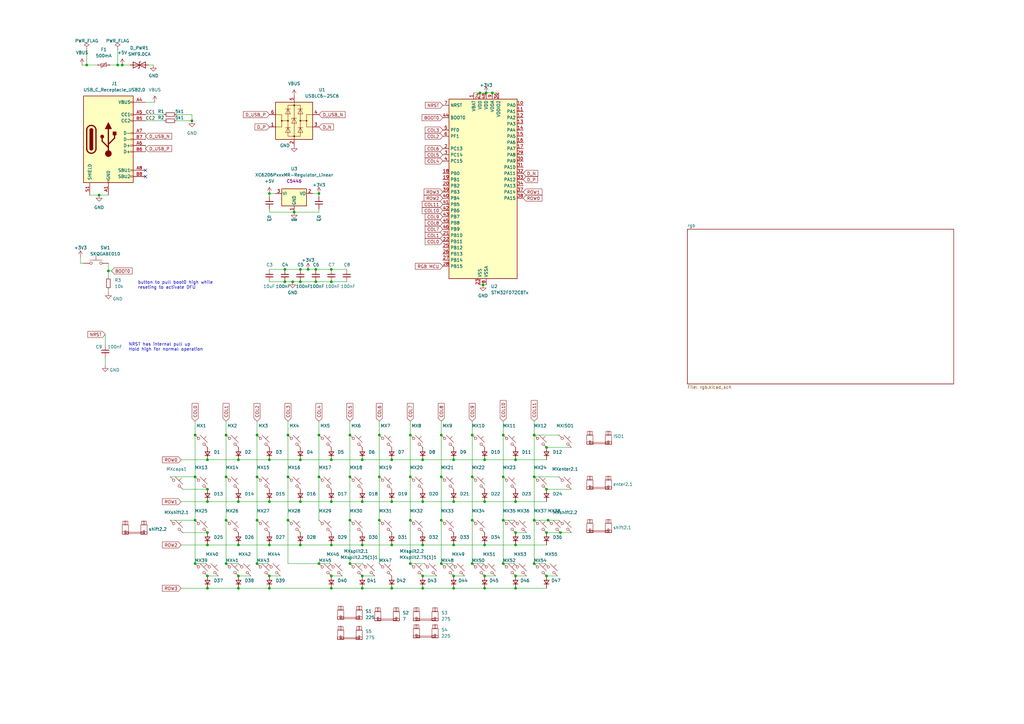
<source format=kicad_sch>
(kicad_sch (version 20230121) (generator eeschema)
  (paper "A3")
  (junction (at 148.59 223.52))
  (junction (at 92.71 213.36))
  (junction (at 193.675 178.435))
  (junction (at 206.375 213.36))
  (junction (at 211.455 188.595))
  (junction (at 186.055 205.74))
  (junction (at 105.41 213.36))
  (junction (at 92.71 231.14))
  (junction (at 123.19 205.74))
  (junction (at 135.89 236.22))
  (junction (at 219.075 195.58))
  (junction (at 123.19 188.595))
  (junction (at 160.655 241.3))
  (junction (at 160.655 205.74))
  (junction (at 211.455 241.3))
  (junction (at 105.41 231.14))
  (junction (at 196.85 38.1))
  (junction (at 224.155 183.515))
  (junction (at 148.59 205.74))
  (junction (at 224.155 218.44))
  (junction (at 224.155 236.22))
  (junction (at 92.71 195.58))
  (junction (at 92.71 178.435))
  (junction (at 211.455 218.44))
  (junction (at 135.89 223.52))
  (junction (at 85.09 200.66))
  (junction (at 135.89 110.49))
  (junction (at 198.755 205.74))
  (junction (at 135.89 205.74))
  (junction (at 135.89 115.57))
  (junction (at 118.11 213.36))
  (junction (at 50.165 26.67))
  (junction (at 143.51 195.58))
  (junction (at 129.54 115.57))
  (junction (at 85.09 218.44))
  (junction (at 110.49 188.595))
  (junction (at 198.12 116.84))
  (junction (at 198.755 241.3))
  (junction (at 110.49 241.3))
  (junction (at 135.89 241.3))
  (junction (at 123.19 223.52))
  (junction (at 186.055 241.3))
  (junction (at 173.355 241.3))
  (junction (at 85.09 236.22))
  (junction (at 206.375 195.58))
  (junction (at 129.54 110.49))
  (junction (at 148.59 236.22))
  (junction (at 40.64 80.01))
  (junction (at 206.375 178.435))
  (junction (at 80.01 231.14))
  (junction (at 198.755 188.595))
  (junction (at 180.975 195.58))
  (junction (at 180.975 178.435))
  (junction (at 44.45 111.125))
  (junction (at 193.675 195.58))
  (junction (at 80.01 195.58))
  (junction (at 110.49 223.52))
  (junction (at 186.055 236.22))
  (junction (at 130.81 195.58))
  (junction (at 130.81 178.435))
  (junction (at 219.075 178.435))
  (junction (at 105.41 195.58))
  (junction (at 116.84 110.49))
  (junction (at 120.65 86.995) (diameter 0.9144))
  (junction (at 143.51 213.36))
  (junction (at 148.59 241.3))
  (junction (at 143.51 178.435))
  (junction (at 168.275 231.14))
  (junction (at 130.81 231.14))
  (junction (at 97.79 205.74))
  (junction (at 173.355 223.52))
  (junction (at 123.19 110.49))
  (junction (at 85.09 188.595))
  (junction (at 155.575 213.36))
  (junction (at 173.355 205.74))
  (junction (at 229.87 218.44))
  (junction (at 193.675 231.14))
  (junction (at 199.39 38.1))
  (junction (at 219.075 213.36))
  (junction (at 120.015 115.57))
  (junction (at 168.275 195.58))
  (junction (at 211.455 205.74))
  (junction (at 110.49 236.22))
  (junction (at 135.89 188.595))
  (junction (at 105.41 178.435))
  (junction (at 130.81 79.375) (diameter 0.9144))
  (junction (at 97.79 236.22))
  (junction (at 160.655 223.52))
  (junction (at 143.51 231.14))
  (junction (at 198.755 223.52))
  (junction (at 85.09 223.52))
  (junction (at 173.355 236.22))
  (junction (at 116.84 115.57))
  (junction (at 201.93 38.1))
  (junction (at 110.49 79.375) (diameter 0.9144))
  (junction (at 148.59 188.595))
  (junction (at 118.11 178.435))
  (junction (at 97.79 223.52))
  (junction (at 211.455 236.22))
  (junction (at 118.11 195.58))
  (junction (at 180.975 231.14))
  (junction (at 110.49 205.74))
  (junction (at 85.09 241.3))
  (junction (at 168.275 178.435))
  (junction (at 97.79 188.595))
  (junction (at 126.365 110.49))
  (junction (at 224.155 200.66))
  (junction (at 35.56 26.67))
  (junction (at 211.455 223.52))
  (junction (at 173.355 188.595))
  (junction (at 155.575 195.58))
  (junction (at 186.055 188.595))
  (junction (at 186.055 223.52))
  (junction (at 180.975 213.36))
  (junction (at 219.075 231.14))
  (junction (at 78.74 49.53))
  (junction (at 206.375 231.14))
  (junction (at 85.09 205.74))
  (junction (at 224.79 213.36))
  (junction (at 97.79 241.3))
  (junction (at 80.01 178.435))
  (junction (at 198.755 236.22))
  (junction (at 168.275 213.36))
  (junction (at 193.675 213.36))
  (junction (at 80.01 213.36))
  (junction (at 123.19 115.57))
  (junction (at 160.655 188.595))
  (junction (at 155.575 178.435))
  (junction (at 48.26 26.67))
  (no_connect (at 59.69 72.39))
  (no_connect (at 59.69 69.85))
  (wire (pts (xy 186.055 241.3) (xy 198.755 241.3)))
  (wire (pts (xy 50.165 26.67) (xy 53.34 26.67)))
  (wire (pts (xy 123.19 223.52) (xy 135.89 223.52)))
  (wire (pts (xy 85.09 236.22) (xy 89.535 236.22)))
  (wire (pts (xy 211.455 218.44) (xy 215.9 218.44)))
  (wire (pts (xy 116.84 115.57) (xy 120.015 115.57)))
  (wire (pts (xy 186.055 188.595) (xy 198.755 188.595)))
  (wire (pts (xy 129.54 110.49) (xy 135.89 110.49)))
  (wire (pts (xy 45.085 26.67) (xy 48.26 26.67)))
  (wire (pts (xy 148.59 205.74) (xy 160.655 205.74)))
  (wire (pts (xy 168.275 195.58) (xy 168.275 213.36)))
  (wire (pts (xy 118.11 172.72) (xy 118.11 178.435)))
  (wire (pts (xy 105.41 195.58) (xy 105.41 213.36)))
  (wire (pts (xy 135.89 188.595) (xy 148.59 188.595)))
  (wire (pts (xy 186.055 223.52) (xy 198.755 223.52)))
  (wire (pts (xy 126.365 110.49) (xy 129.54 110.49)))
  (wire (pts (xy 211.455 188.595) (xy 224.155 188.595)))
  (wire (pts (xy 48.26 26.67) (xy 50.165 26.67)))
  (wire (pts (xy 80.01 213.36) (xy 80.01 231.14)))
  (wire (pts (xy 120.015 115.57) (xy 123.19 115.57)))
  (wire (pts (xy 80.01 178.435) (xy 80.01 195.58)))
  (wire (pts (xy 110.49 110.49) (xy 116.84 110.49)))
  (wire (pts (xy 74.93 218.44) (xy 85.09 218.44)))
  (wire (pts (xy 168.275 213.36) (xy 168.275 231.14)))
  (wire (pts (xy 97.79 223.52) (xy 110.49 223.52)))
  (wire (pts (xy 173.355 188.595) (xy 186.055 188.595)))
  (wire (pts (xy 148.59 241.3) (xy 160.655 241.3)))
  (wire (pts (xy 160.655 223.52) (xy 173.355 223.52)))
  (wire (pts (xy 80.01 231.14) (xy 84.455 231.14)))
  (wire (pts (xy 74.295 223.52) (xy 85.09 223.52)))
  (wire (pts (xy 180.975 231.14) (xy 185.42 231.14)))
  (wire (pts (xy 130.81 85.725) (xy 130.81 86.995)))
  (wire (pts (xy 44.45 118.745) (xy 44.45 120.015)))
  (wire (pts (xy 129.54 115.57) (xy 135.89 115.57)))
  (wire (pts (xy 224.155 200.66) (xy 234.315 200.66)))
  (wire (pts (xy 74.295 205.74) (xy 85.09 205.74)))
  (wire (pts (xy 130.81 178.435) (xy 130.81 195.58)))
  (wire (pts (xy 110.49 188.595) (xy 123.19 188.595)))
  (wire (pts (xy 173.355 236.22) (xy 179.07 236.22)))
  (wire (pts (xy 110.49 85.725) (xy 110.49 86.995)))
  (wire (pts (xy 219.075 172.72) (xy 219.075 178.435)))
  (wire (pts (xy 198.755 188.595) (xy 211.455 188.595)))
  (wire (pts (xy 143.51 231.14) (xy 148.59 231.14)))
  (wire (pts (xy 224.155 218.44) (xy 229.87 218.44)))
  (wire (pts (xy 229.87 218.44) (xy 234.315 218.44)))
  (wire (pts (xy 44.45 111.125) (xy 44.45 113.665)))
  (wire (pts (xy 148.59 188.595) (xy 160.655 188.595)))
  (wire (pts (xy 155.575 213.36) (xy 155.575 231.14)))
  (wire (pts (xy 92.71 195.58) (xy 92.71 213.36)))
  (wire (pts (xy 116.84 110.49) (xy 123.19 110.49)))
  (wire (pts (xy 34.29 107.95) (xy 33.02 107.95)))
  (wire (pts (xy 44.45 111.125) (xy 45.72 111.125)))
  (wire (pts (xy 193.675 195.58) (xy 193.675 213.36)))
  (wire (pts (xy 85.09 205.74) (xy 97.79 205.74)))
  (wire (pts (xy 194.31 38.1) (xy 196.85 38.1)))
  (wire (pts (xy 193.675 231.14) (xy 198.12 231.14)))
  (wire (pts (xy 193.675 178.435) (xy 193.675 195.58)))
  (wire (pts (xy 59.69 41.91) (xy 63.5 41.91)))
  (wire (pts (xy 118.11 178.435) (xy 118.11 195.58)))
  (wire (pts (xy 173.355 241.3) (xy 186.055 241.3)))
  (wire (pts (xy 143.51 195.58) (xy 143.51 213.36)))
  (wire (pts (xy 148.59 223.52) (xy 160.655 223.52)))
  (wire (pts (xy 36.83 80.01) (xy 40.64 80.01)))
  (wire (pts (xy 97.79 241.3) (xy 110.49 241.3)))
  (wire (pts (xy 193.675 172.72) (xy 193.675 178.435)))
  (wire (pts (xy 69.85 195.58) (xy 80.01 195.58)))
  (wire (pts (xy 199.39 38.1) (xy 201.93 38.1)))
  (wire (pts (xy 118.11 231.14) (xy 130.81 231.14)))
  (wire (pts (xy 110.49 79.375) (xy 110.49 80.645)))
  (wire (pts (xy 110.49 115.57) (xy 116.84 115.57)))
  (wire (pts (xy 130.81 195.58) (xy 130.81 213.36)))
  (wire (pts (xy 120.65 86.995) (xy 130.81 86.995)))
  (wire (pts (xy 211.455 241.3) (xy 224.155 241.3)))
  (wire (pts (xy 74.295 188.595) (xy 85.09 188.595)))
  (wire (pts (xy 196.85 116.84) (xy 198.12 116.84)))
  (wire (pts (xy 92.71 178.435) (xy 92.71 195.58)))
  (wire (pts (xy 135.89 110.49) (xy 142.24 110.49)))
  (wire (pts (xy 110.49 223.52) (xy 123.19 223.52)))
  (wire (pts (xy 196.85 38.1) (xy 199.39 38.1)))
  (wire (pts (xy 206.375 213.36) (xy 206.375 231.14)))
  (wire (pts (xy 35.56 26.67) (xy 40.005 26.67)))
  (wire (pts (xy 35.56 20.32) (xy 35.56 26.67)))
  (wire (pts (xy 186.055 236.22) (xy 190.5 236.22)))
  (wire (pts (xy 155.575 172.72) (xy 155.575 178.435)))
  (wire (pts (xy 43.18 137.16) (xy 43.18 141.605)))
  (wire (pts (xy 219.075 178.435) (xy 219.075 195.58)))
  (wire (pts (xy 33.02 107.95) (xy 33.02 105.41)))
  (wire (pts (xy 59.69 54.61) (xy 59.69 57.15)))
  (wire (pts (xy 180.975 172.72) (xy 180.975 178.435)))
  (wire (pts (xy 224.155 183.515) (xy 234.315 183.515)))
  (wire (pts (xy 173.355 205.74) (xy 186.055 205.74)))
  (wire (pts (xy 219.075 213.36) (xy 224.79 213.36)))
  (wire (pts (xy 59.69 49.53) (xy 67.31 49.53)))
  (wire (pts (xy 85.09 241.3) (xy 97.79 241.3)))
  (wire (pts (xy 198.755 236.22) (xy 203.2 236.22)))
  (wire (pts (xy 92.71 231.14) (xy 97.79 231.14)))
  (wire (pts (xy 206.375 178.435) (xy 206.375 195.58)))
  (wire (pts (xy 123.19 205.74) (xy 135.89 205.74)))
  (wire (pts (xy 60.96 26.67) (xy 62.865 26.67)))
  (wire (pts (xy 48.26 20.32) (xy 48.26 26.67)))
  (wire (pts (xy 211.455 205.74) (xy 224.155 205.74)))
  (wire (pts (xy 74.93 200.66) (xy 85.09 200.66)))
  (wire (pts (xy 85.09 223.52) (xy 97.79 223.52)))
  (wire (pts (xy 155.575 195.58) (xy 155.575 213.36)))
  (wire (pts (xy 72.39 46.99) (xy 78.74 46.99)))
  (wire (pts (xy 43.18 149.86) (xy 43.18 146.685)))
  (wire (pts (xy 201.93 38.1) (xy 204.47 38.1)))
  (wire (pts (xy 74.295 241.3) (xy 85.09 241.3)))
  (wire (pts (xy 198.755 223.52) (xy 211.455 223.52)))
  (wire (pts (xy 123.19 115.57) (xy 129.54 115.57)))
  (wire (pts (xy 155.575 178.435) (xy 155.575 195.58)))
  (wire (pts (xy 219.075 178.435) (xy 229.235 178.435)))
  (wire (pts (xy 44.45 107.95) (xy 44.45 111.125)))
  (wire (pts (xy 180.975 195.58) (xy 180.975 213.36)))
  (wire (pts (xy 173.355 223.52) (xy 186.055 223.52)))
  (wire (pts (xy 224.79 213.36) (xy 229.235 213.36)))
  (wire (pts (xy 97.79 236.22) (xy 102.87 236.22)))
  (wire (pts (xy 110.49 79.375) (xy 113.03 79.375)))
  (wire (pts (xy 110.49 236.22) (xy 114.935 236.22)))
  (wire (pts (xy 105.41 231.14) (xy 109.855 231.14)))
  (wire (pts (xy 78.74 46.99) (xy 78.74 49.53)))
  (wire (pts (xy 186.055 205.74) (xy 198.755 205.74)))
  (wire (pts (xy 135.89 236.22) (xy 140.335 236.22)))
  (wire (pts (xy 85.09 188.595) (xy 97.79 188.595)))
  (wire (pts (xy 148.59 236.22) (xy 153.67 236.22)))
  (wire (pts (xy 59.69 59.69) (xy 59.69 62.23)))
  (wire (pts (xy 211.455 223.52) (xy 224.155 223.52)))
  (wire (pts (xy 80.01 172.72) (xy 80.01 178.435)))
  (wire (pts (xy 224.155 236.22) (xy 228.6 236.22)))
  (wire (pts (xy 219.075 213.36) (xy 219.075 231.14)))
  (wire (pts (xy 219.075 195.58) (xy 219.075 213.36)))
  (wire (pts (xy 206.375 172.72) (xy 206.375 178.435)))
  (wire (pts (xy 92.71 172.72) (xy 92.71 178.435)))
  (wire (pts (xy 143.51 178.435) (xy 143.51 195.58)))
  (wire (pts (xy 118.11 213.36) (xy 118.11 231.14)))
  (wire (pts (xy 206.375 195.58) (xy 206.375 213.36)))
  (wire (pts (xy 123.19 188.595) (xy 135.89 188.595)))
  (wire (pts (xy 135.89 241.3) (xy 148.59 241.3)))
  (wire (pts (xy 168.275 178.435) (xy 168.275 195.58)))
  (wire (pts (xy 168.275 231.14) (xy 173.99 231.14)))
  (wire (pts (xy 118.11 195.58) (xy 118.11 213.36)))
  (wire (pts (xy 97.79 188.595) (xy 110.49 188.595)))
  (wire (pts (xy 211.455 236.22) (xy 215.9 236.22)))
  (wire (pts (xy 120.65 86.995) (xy 110.49 86.995)))
  (wire (pts (xy 130.81 231.14) (xy 135.255 231.14)))
  (wire (pts (xy 33.655 26.67) (xy 35.56 26.67)))
  (wire (pts (xy 168.275 172.72) (xy 168.275 178.435)))
  (wire (pts (xy 180.975 213.36) (xy 180.975 231.14)))
  (wire (pts (xy 143.51 172.72) (xy 143.51 178.435)))
  (wire (pts (xy 123.19 110.49) (xy 126.365 110.49)))
  (wire (pts (xy 59.69 46.99) (xy 67.31 46.99)))
  (wire (pts (xy 130.81 172.72) (xy 130.81 178.435)))
  (wire (pts (xy 160.655 205.74) (xy 173.355 205.74)))
  (wire (pts (xy 143.51 213.36) (xy 143.51 231.14)))
  (wire (pts (xy 110.49 241.3) (xy 135.89 241.3)))
  (wire (pts (xy 198.12 116.84) (xy 199.39 116.84)))
  (wire (pts (xy 219.075 195.58) (xy 229.235 195.58)))
  (wire (pts (xy 198.755 205.74) (xy 211.455 205.74)))
  (wire (pts (xy 72.39 49.53) (xy 78.74 49.53)))
  (wire (pts (xy 135.89 223.52) (xy 148.59 223.52)))
  (wire (pts (xy 92.71 213.36) (xy 92.71 231.14)))
  (wire (pts (xy 135.89 115.57) (xy 142.24 115.57)))
  (wire (pts (xy 105.41 178.435) (xy 105.41 195.58)))
  (wire (pts (xy 219.075 231.14) (xy 223.52 231.14)))
  (wire (pts (xy 105.41 213.36) (xy 105.41 231.14)))
  (wire (pts (xy 69.85 213.36) (xy 80.01 213.36)))
  (wire (pts (xy 180.975 178.435) (xy 180.975 195.58)))
  (wire (pts (xy 110.49 205.74) (xy 123.19 205.74)))
  (wire (pts (xy 80.01 195.58) (xy 80.01 213.36)))
  (wire (pts (xy 40.64 80.01) (xy 44.45 80.01)))
  (wire (pts (xy 135.89 205.74) (xy 148.59 205.74)))
  (wire (pts (xy 198.755 241.3) (xy 211.455 241.3)))
  (wire (pts (xy 193.675 213.36) (xy 193.675 231.14)))
  (wire (pts (xy 160.655 241.3) (xy 173.355 241.3)))
  (wire (pts (xy 130.81 79.375) (xy 130.81 80.645)))
  (wire (pts (xy 97.79 205.74) (xy 110.49 205.74)))
  (wire (pts (xy 105.41 172.72) (xy 105.41 178.435)))
  (wire (pts (xy 206.375 231.14) (xy 210.82 231.14)))
  (wire (pts (xy 128.27 79.375) (xy 130.81 79.375)))
  (wire (pts (xy 160.655 188.595) (xy 173.355 188.595)))
  (wire (pts (xy 206.375 213.36) (xy 210.82 213.36)))
  (text "NRST has internal pull up\nHold high for normal operation" (at 52.705 144.145 0) (effects (font (size 1.27 1.27)) (justify left bottom)))
  (text "button to pull boot0 high while \nreseting to activate DFU" (at 56.515 118.745 0) (effects (font (size 1.27 1.27)) (justify left bottom)))
  (label "CC2" (at 59.69 49.53 0))
  (label "CC1" (at 59.69 46.99 0))
  (global_label "BOOT0" (shape input) (at 45.72 111.125 0) (property "Intersheetrefs" "${INTERSHEET_REFS}" (effects hide)))
  (global_label "COL5" (shape input) (at 143.51 172.72 90) (property "Intersheetrefs" "${INTERSHEET_REFS}" (effects hide)))
  (global_label "COL2" (shape input) (at 105.41 172.72 90) (property "Intersheetrefs" "${INTERSHEET_REFS}" (effects hide)))
  (global_label "NRST" (shape input) (at 43.18 137.16 180) (property "Intersheetrefs" "${INTERSHEET_REFS}" (effects hide)))
  (global_label "ROW2" (shape input) (at 74.295 223.52 180) (property "Intersheetrefs" "${INTERSHEET_REFS}" (effects hide)))
  (global_label "COL7" (shape input) (at 168.275 172.72 90) (property "Intersheetrefs" "${INTERSHEET_REFS}" (effects hide)))
  (global_label "D_USB_P" (shape input) (at 59.69 60.96 0) (property "Intersheetrefs" "${INTERSHEET_REFS}" (effects hide)))
  (global_label "COL6" (shape input) (at 181.61 60.96 180) (property "Intersheetrefs" "${INTERSHEET_REFS}" (effects hide)))
  (global_label "ROW3" (shape input) (at 181.61 78.74 180) (property "Intersheetrefs" "${INTERSHEET_REFS}" (effects hide)))
  (global_label "ROW0" (shape input) (at 214.63 81.28 0) (property "Intersheetrefs" "${INTERSHEET_REFS}" (effects hide)))
  (global_label "COL2" (shape input) (at 181.61 55.88 180) (property "Intersheetrefs" "${INTERSHEET_REFS}" (effects hide)))
  (global_label "COL4" (shape input) (at 130.81 172.72 90) (property "Intersheetrefs" "${INTERSHEET_REFS}" (effects hide)))
  (global_label "D_USB_P" (shape input) (at 110.49 46.99 180) (property "Intersheetrefs" "${INTERSHEET_REFS}" (effects hide)))
  (global_label "COL7" (shape input) (at 181.61 93.98 180) (property "Intersheetrefs" "${INTERSHEET_REFS}" (effects hide)))
  (global_label "COL3" (shape input) (at 118.11 172.72 90) (property "Intersheetrefs" "${INTERSHEET_REFS}" (effects hide)))
  (global_label "COL11" (shape input) (at 219.075 172.72 90) (property "Intersheetrefs" "${INTERSHEET_REFS}" (effects hide)))
  (global_label "COL1" (shape input) (at 92.71 172.72 90) (property "Intersheetrefs" "${INTERSHEET_REFS}" (effects hide)))
  (global_label "COL0" (shape input) (at 181.61 99.06 180) (property "Intersheetrefs" "${INTERSHEET_REFS}" (effects hide)))
  (global_label "COL8" (shape input) (at 181.61 91.44 180) (property "Intersheetrefs" "${INTERSHEET_REFS}" (effects hide)))
  (global_label "D_N" (shape input) (at 214.63 71.12 0) (property "Intersheetrefs" "${INTERSHEET_REFS}" (effects hide)))
  (global_label "ROW1" (shape input) (at 74.295 205.74 180) (property "Intersheetrefs" "${INTERSHEET_REFS}" (effects hide)))
  (global_label "D_N" (shape input) (at 130.81 52.07 0) (property "Intersheetrefs" "${INTERSHEET_REFS}" (effects hide)))
  (global_label "BOOT0" (shape input) (at 181.61 48.26 180) (property "Intersheetrefs" "${INTERSHEET_REFS}" (effects hide)))
  (global_label "ROW1" (shape input) (at 214.63 78.74 0) (property "Intersheetrefs" "${INTERSHEET_REFS}" (effects hide)))
  (global_label "NRST" (shape input) (at 181.61 43.18 180) (property "Intersheetrefs" "${INTERSHEET_REFS}" (effects hide)))
  (global_label "RGB MCU" (shape input) (at 181.61 109.22 180) (property "Intersheetrefs" "${INTERSHEET_REFS}" (effects hide)))
  (global_label "COL11" (shape input) (at 181.61 83.82 180) (property "Intersheetrefs" "${INTERSHEET_REFS}" (effects hide)))
  (global_label "ROW3" (shape input) (at 74.295 241.3 180) (property "Intersheetrefs" "${INTERSHEET_REFS}" (effects hide)))
  (global_label "D_P" (shape input) (at 110.49 52.07 180) (property "Intersheetrefs" "${INTERSHEET_REFS}" (effects hide)))
  (global_label "D_USB_N" (shape input) (at 59.69 55.88 0) (property "Intersheetrefs" "${INTERSHEET_REFS}" (effects hide)))
  (global_label "COL0" (shape input) (at 80.01 172.72 90) (property "Intersheetrefs" "${INTERSHEET_REFS}" (effects hide)))
  (global_label "ROW0" (shape input) (at 74.295 188.595 180) (property "Intersheetrefs" "${INTERSHEET_REFS}" (effects hide)))
  (global_label "D_USB_N" (shape input) (at 130.81 46.99 0) (property "Intersheetrefs" "${INTERSHEET_REFS}" (effects hide)))
  (global_label "COL9" (shape input) (at 181.61 88.9 180) (property "Intersheetrefs" "${INTERSHEET_REFS}" (effects hide)))
  (global_label "COL3" (shape input) (at 181.61 53.34 180) (property "Intersheetrefs" "${INTERSHEET_REFS}" (effects hide)))
  (global_label "COL1" (shape input) (at 181.61 96.52 180) (property "Intersheetrefs" "${INTERSHEET_REFS}" (effects hide)))
  (global_label "COL6" (shape input) (at 155.575 172.72 90) (property "Intersheetrefs" "${INTERSHEET_REFS}" (effects hide)))
  (global_label "COL8" (shape input) (at 180.975 172.72 90) (property "Intersheetrefs" "${INTERSHEET_REFS}" (effects hide)))
  (global_label "COL10" (shape input) (at 181.61 86.36 180) (property "Intersheetrefs" "${INTERSHEET_REFS}" (effects hide)))
  (global_label "COL5" (shape input) (at 181.61 63.5 180) (property "Intersheetrefs" "${INTERSHEET_REFS}" (effects hide)))
  (global_label "COL9" (shape input) (at 193.675 172.72 90) (property "Intersheetrefs" "${INTERSHEET_REFS}" (effects hide)))
  (global_label "COL4" (shape input) (at 181.61 66.04 180) (property "Intersheetrefs" "${INTERSHEET_REFS}" (effects hide)))
  (global_label "ROW2" (shape input) (at 181.61 81.28 180) (property "Intersheetrefs" "${INTERSHEET_REFS}" (effects hide)))
  (global_label "D_P" (shape input) (at 214.63 73.66 0) (property "Intersheetrefs" "${INTERSHEET_REFS}" (effects hide)))
  (global_label "COL10" (shape input) (at 206.375 172.72 90) (property "Intersheetrefs" "${INTERSHEET_REFS}" (effects hide)))
  (symbol (lib_id "PCM_marbastlib-mx:MX_SW_HS") (at 231.775 180.975 0) (unit 1)
    (property "Reference" "MXISO1" (at 231.775 174.625 0))
    (property "Value" "MX_SW_HS" (effects hide))
    (property "Footprint" "PCM_marbastlib-mx:SW_MX_1u" (effects hide))
  )
  (symbol (lib_id "PCM_marbastlib-mx:MX_SW_HS") (at 183.515 215.9 0) (unit 1)
    (property "Reference" "MX33" (at 183.515 209.55 0))
    (property "Value" "MX_SW_HS" (effects hide))
    (property "Footprint" "PCM_marbastlib-mx:SW_MX_1u" (effects hide))
  )
  (symbol (lib_id "Device:D_Small") (at 186.055 238.76 90) (unit 1)
    (property "Reference" "D44" (at 187.96 238.125 90) (effects (justify right)))
    (property "Value" "D_Small" (effects hide))
    (property "Footprint" "Diode_SMD:D_SOD-123F" (effects hide))
    (property "Sim.Device" "D" (effects hide))
    (property "Sim.Pins" "1=K 2=A" (effects hide))
  )
  (symbol (lib_id "PCM_marbastlib-mx:MX_SW_HS") (at 226.06 233.68 0) (unit 1)
    (property "Reference" "MX55" (at 226.06 227.33 0))
    (property "Value" "MX_SW_HS" (effects hide))
    (property "Footprint" "PCM_marbastlib-mx:SW_MX_1.5u" (effects hide))
  )
  (symbol (lib_id "Device:C_Small") (at 129.54 113.03 0) (unit 1)
    (property "Reference" "C6" (at 128.27 108.585 0) (effects (justify left)))
    (property "Value" "100nF" (at 127 117.475 0) (effects (justify left)))
    (property "Footprint" "Capacitor_SMD:C_0603_1608Metric" (effects hide))
  )
  (symbol (lib_id "PCM_marbastlib-mx:MX_SW_HS") (at 137.795 233.68 0) (unit 1)
    (property "Reference" "MX46" (at 136.525 227.33 0))
    (property "Value" "MX_SW_HS" (effects hide))
    (property "Footprint" "PCM_marbastlib-mx:SW_MX_1.5u" (effects hide))
  )
  (symbol (lib_id "Device:C_Small") (at 43.18 144.145 0) (mirror y) (unit 1)
    (property "Reference" "C9" (at 41.91 142.24 0) (effects (justify left)))
    (property "Value" "100nF" (at 50.165 142.24 0) (effects (justify left)))
    (property "Footprint" "Capacitor_SMD:C_0603_1608Metric" (effects hide))
  )
  (symbol (lib_id "PCM_marbastlib-mx:MX_SW_HS") (at 196.215 198.12 0) (unit 1)
    (property "Reference" "MX22" (at 196.215 191.77 0))
    (property "Value" "MX_SW_HS" (effects hide))
    (property "Footprint" "PCM_marbastlib-mx:SW_MX_1u" (effects hide))
  )
  (symbol (lib_id "PCM_marbastlib-mx:MX_SW_HS") (at 208.915 198.12 0) (unit 1)
    (property "Reference" "MX23" (at 208.915 191.77 0))
    (property "Value" "MX_SW_HS" (effects hide))
    (property "Footprint" "PCM_marbastlib-mx:SW_MX_1u" (effects hide))
  )
  (symbol (lib_id "Switch:SW_Push") (at 39.37 107.95 0) (unit 1)
    (property "Reference" "SW1" (at 43.18 101.6 0))
    (property "Value" "SKQGABE010" (at 43.18 104.14 0))
    (property "Footprint" "Button_Switch_SMD:SW_SPST_SKQG_WithoutStem" (effects hide))
    (property "LCSC" "C115351" (effects hide))
  )
  (symbol (lib_id "Device:D_Small") (at 85.09 186.055 90) (unit 1)
    (property "Reference" "D1" (at 87.63 185.42 90) (effects (justify right)))
    (property "Value" "D_Small" (effects hide))
    (property "Footprint" "Diode_SMD:D_SOD-123F" (effects hide))
    (property "Sim.Device" "D" (effects hide))
    (property "Sim.Pins" "1=K 2=A" (effects hide))
  )
  (symbol (lib_id "PCM_marbastlib-mx:MX_SW_HS") (at 82.55 233.68 0) (unit 1)
    (property "Reference" "MX39" (at 82.55 229.87 0))
    (property "Value" "MX_SW_HS" (effects hide))
    (property "Footprint" "PCM_marbastlib-mx:SW_MX_1u" (effects hide))
  )
  (symbol (lib_id "PCM_marbastlib-mx:MX_SW_HS") (at 208.915 180.975 0) (unit 1)
    (property "Reference" "MX11" (at 208.915 174.625 0))
    (property "Value" "MX_SW_HS" (effects hide))
    (property "Footprint" "PCM_marbastlib-mx:SW_MX_1u" (effects hide))
  )
  (symbol (lib_id "Device:D_Small") (at 148.59 203.2 90) (unit 1)
    (property "Reference" "D18" (at 151.13 202.565 90) (effects (justify right)))
    (property "Value" "D_Small" (effects hide))
    (property "Footprint" "Diode_SMD:D_SOD-123F" (effects hide))
    (property "Sim.Device" "D" (effects hide))
    (property "Sim.Pins" "1=K 2=A" (effects hide))
  )
  (symbol (lib_id "Device:D_Small") (at 198.755 238.76 90) (unit 1)
    (property "Reference" "D45" (at 200.66 238.125 90) (effects (justify right)))
    (property "Value" "D_Small" (effects hide))
    (property "Footprint" "Diode_SMD:D_SOD-123F" (effects hide))
    (property "Sim.Device" "D" (effects hide))
    (property "Sim.Pins" "1=K 2=A" (effects hide))
  )
  (symbol (lib_id "Device:C_Small") (at 130.81 83.185 180) (unit 1)
    (property "Reference" "C2" (at 130.81 88.9 0) (effects (font (size 0.762 0.762))))
    (property "Value" "1uF" (at 130.81 90.17 0) (effects (font (size 0.762 0.762))))
    (property "Footprint" "Capacitor_SMD:C_0603_1608Metric" (effects hide))
  )
  (symbol (lib_id "PCM_marbastlib-mx:MX_SW_HS") (at 107.95 215.9 0) (unit 1)
    (property "Reference" "MX27" (at 107.95 209.55 0))
    (property "Value" "MX_SW_HS" (effects hide))
    (property "Footprint" "PCM_marbastlib-mx:SW_MX_1u" (effects hide))
  )
  (symbol (lib_id "PCM_marbastlib-mx:MX_SW_HS") (at 133.35 180.975 0) (unit 1)
    (property "Reference" "MX5" (at 133.35 174.625 0))
    (property "Value" "MX_SW_HS" (effects hide))
    (property "Footprint" "PCM_marbastlib-mx:SW_MX_1u" (effects hide))
  )
  (symbol (lib_id "MCU_ST_STM32F0:STM32F072C8Tx") (at 196.85 78.74 0) (unit 1)
    (property "Reference" "U2" (at 201.3459 117.475 0) (effects (justify left)))
    (property "Value" "STM32F072C8Tx" (at 201.3459 120.015 0) (effects (justify left)))
    (property "Footprint" "Package_QFP:LQFP-48_7x7mm_P0.5mm" (effects hide))
    (property "Datasheet" "https://www.st.com/resource/en/datasheet/stm32f072c8.pdf" (effects hide))
  )
  (symbol (lib_id "Device:D_Small") (at 85.09 220.98 90) (unit 1)
    (property "Reference" "D25" (at 87.63 220.345 90) (effects (justify right)))
    (property "Value" "D_Small" (effects hide))
    (property "Footprint" "Diode_SMD:D_SOD-123F" (effects hide))
    (property "Sim.Device" "D" (effects hide))
    (property "Sim.Pins" "1=K 2=A" (effects hide))
  )
  (symbol (lib_id "Device:D_Small") (at 135.89 220.98 90) (unit 1)
    (property "Reference" "D29" (at 138.43 220.345 90) (effects (justify right)))
    (property "Value" "D_Small" (effects hide))
    (property "Footprint" "Diode_SMD:D_SOD-123F" (effects hide))
    (property "Sim.Device" "D" (effects hide))
    (property "Sim.Pins" "1=K 2=A" (effects hide))
  )
  (symbol (lib_id "Device:D_Small") (at 224.155 238.76 90) (unit 1)
    (property "Reference" "D47" (at 226.06 238.125 90) (effects (justify right)))
    (property "Value" "D_Small" (effects hide))
    (property "Footprint" "Diode_SMD:D_SOD-123F" (effects hide))
    (property "Sim.Device" "D" (effects hide))
    (property "Sim.Pins" "1=K 2=A" (effects hide))
  )
  (symbol (lib_id "power:+3V3") (at 199.39 38.1 0) (unit 1)
    (property "Reference" "#PWR04" (effects hide))
    (property "Value" "+3V3" (at 199.39 34.925 0))
  )
  (symbol (lib_id "PCM_marbastlib-mx:MX_SW_HS") (at 227.33 215.9 0) (unit 1)
    (property "Reference" "MX38" (at 227.33 209.55 0))
    (property "Value" "MX_SW_HS" (effects hide))
    (property "Footprint" "PCM_marbastlib-mx:SW_MX_1u" (effects hide))
  )
  (symbol (lib_id "Device:D_Small") (at 211.455 238.76 90) (unit 1)
    (property "Reference" "D46" (at 213.36 238.125 90) (effects (justify right)))
    (property "Value" "D_Small" (effects hide))
    (property "Footprint" "Diode_SMD:D_SOD-123F" (effects hide))
    (property "Sim.Device" "D" (effects hide))
    (property "Sim.Pins" "1=K 2=A" (effects hide))
  )
  (symbol (lib_id "PCM_marbastlib-mx:MX_SW_HS") (at 133.35 198.12 0) (unit 1)
    (property "Reference" "MX17" (at 133.35 191.77 0))
    (property "Value" "MX_SW_HS" (effects hide))
    (property "Footprint" "PCM_marbastlib-mx:SW_MX_1u" (effects hide))
  )
  (symbol (lib_id "Device:R_Small") (at 69.85 46.99 90) (unit 1)
    (property "Reference" "R1" (at 66.04 45.72 90))
    (property "Value" "5k1" (at 73.66 45.72 90))
    (property "Footprint" "Resistor_SMD:R_0603_1608Metric" (effects hide))
  )
  (symbol (lib_id "power:PWR_FLAG") (at 35.56 20.32 0) (unit 1)
    (property "Reference" "#FLG01" (effects hide))
    (property "Value" "PWR_FLAG" (at 35.56 16.7442 0))
  )
  (symbol (lib_id "Device:C_Small") (at 110.49 83.185 180) (unit 1)
    (property "Reference" "C1" (at 110.49 88.9 0) (effects (font (size 0.762 0.762))))
    (property "Value" "1uF" (at 110.49 90.17 0) (effects (font (size 0.762 0.762))))
    (property "Footprint" "Capacitor_SMD:C_0603_1608Metric" (effects hide))
  )
  (symbol (lib_name "GND_1") (lib_id "power:GND") (at 120.015 115.57 0) (unit 1)
    (property "Reference" "#PWR015" (effects hide))
    (property "Value" "GND" (at 120.015 120.015 0))
  )
  (symbol (lib_id "PCM_marbastlib-mx:MX_stab") (at 174.625 259.08 0) (unit 1)
    (property "Reference" "S4" (at 180.975 258.318 0) (effects (justify left)))
    (property "Value" "225" (at 180.975 260.858 0) (effects (justify left)))
    (property "Footprint" "PCM_marbastlib-mx:STAB_MX_2.25u" (effects hide))
  )
  (symbol (lib_name "GND_4") (lib_id "power:GND") (at 40.64 80.01 0) (unit 1)
    (property "Reference" "#PWR011" (effects hide))
    (property "Value" "GND" (at 40.64 85.09 0))
  )
  (symbol (lib_id "PCM_marbastlib-mx:MX_SW_HS") (at 107.95 233.68 0) (unit 1)
    (property "Reference" "MX43" (at 107.95 229.87 0))
    (property "Value" "MX_SW_HS" (effects hide))
    (property "Footprint" "PCM_marbastlib-mx:SW_MX_1u" (effects hide))
  )
  (symbol (lib_id "Device:D_Small") (at 97.79 238.76 90) (unit 1)
    (property "Reference" "D38" (at 100.33 238.125 90) (effects (justify right)))
    (property "Value" "D_Small" (effects hide))
    (property "Footprint" "Diode_SMD:D_SOD-123F" (effects hide))
    (property "Sim.Device" "D" (effects hide))
    (property "Sim.Pins" "1=K 2=A" (effects hide))
  )
  (symbol (lib_id "power:VBUS") (at 120.65 39.37 0) (unit 1)
    (property "Reference" "#PWR05" (effects hide))
    (property "Value" "VBUS" (at 120.65 34.29 0))
  )
  (symbol (lib_id "Device:D_Small") (at 148.59 186.055 90) (unit 1)
    (property "Reference" "D6" (at 151.13 185.42 90) (effects (justify right)))
    (property "Value" "D_Small" (effects hide))
    (property "Footprint" "Diode_SMD:D_SOD-123F" (effects hide))
    (property "Sim.Device" "D" (effects hide))
    (property "Sim.Pins" "1=K 2=A" (effects hide))
  )
  (symbol (lib_id "Device:D_Small") (at 160.655 186.055 90) (unit 1)
    (property "Reference" "D7" (at 163.195 185.42 90) (effects (justify right)))
    (property "Value" "D_Small" (effects hide))
    (property "Footprint" "Diode_SMD:D_SOD-123F" (effects hide))
    (property "Sim.Device" "D" (effects hide))
    (property "Sim.Pins" "1=K 2=A" (effects hide))
  )
  (symbol (lib_id "power:VBUS") (at 33.655 26.67 0) (unit 1)
    (property "Reference" "#PWR01" (effects hide))
    (property "Value" "VBUS" (at 33.655 21.59 0))
  )
  (symbol (lib_id "Device:D_Small") (at 173.355 203.2 90) (unit 1)
    (property "Reference" "D20" (at 175.895 202.565 90) (effects (justify right)))
    (property "Value" "D_Small" (effects hide))
    (property "Footprint" "Diode_SMD:D_SOD-123F" (effects hide))
    (property "Sim.Device" "D" (effects hide))
    (property "Sim.Pins" "1=K 2=A" (effects hide))
  )
  (symbol (lib_id "power:+3.3V") (at 130.81 79.375 0) (unit 1)
    (property "Reference" "#PWR010" (effects hide))
    (property "Value" "+3.3V" (at 130.81 75.8276 0))
  )
  (symbol (lib_id "Device:D_TVS") (at 57.15 26.67 0) (unit 1)
    (property "Reference" "D_PWR1" (at 57.15 19.685 0))
    (property "Value" "SMF9.0CA" (at 57.15 22.225 0))
    (property "Footprint" "Diode_SMD:D_SOD-123" (effects hide))
  )
  (symbol (lib_id "Device:D_Small") (at 211.455 203.2 90) (unit 1)
    (property "Reference" "D23" (at 213.995 202.565 90) (effects (justify right)))
    (property "Value" "D_Small" (effects hide))
    (property "Footprint" "Diode_SMD:D_SOD-123F" (effects hide))
    (property "Sim.Device" "D" (effects hide))
    (property "Sim.Pins" "1=K 2=A" (effects hide))
  )
  (symbol (lib_id "Device:D_Small") (at 160.655 238.76 90) (unit 1)
    (property "Reference" "D42" (at 162.56 238.125 90) (effects (justify right)))
    (property "Value" "D_Small" (effects hide))
    (property "Footprint" "Diode_SMD:D_SOD-123F" (effects hide))
    (property "Sim.Device" "D" (effects hide))
    (property "Sim.Pins" "1=K 2=A" (effects hide))
  )
  (symbol (lib_id "PCM_marbastlib-mx:MX_SW_HS") (at 183.515 180.975 0) (unit 1)
    (property "Reference" "MX9" (at 183.515 174.625 0))
    (property "Value" "MX_SW_HS" (effects hide))
    (property "Footprint" "PCM_marbastlib-mx:SW_MX_1u" (effects hide))
  )
  (symbol (lib_id "PCM_marbastlib-mx:MX_SW_HS") (at 95.25 215.9 0) (unit 1)
    (property "Reference" "MX26" (at 95.25 209.55 0))
    (property "Value" "MX_SW_HS" (effects hide))
    (property "Footprint" "PCM_marbastlib-mx:SW_MX_1u" (effects hide))
  )
  (symbol (lib_id "Device:D_Small") (at 148.59 238.76 90) (unit 1)
    (property "Reference" "D41" (at 150.495 238.125 90) (effects (justify right)))
    (property "Value" "D_Small" (effects hide))
    (property "Footprint" "Diode_SMD:D_SOD-123F" (effects hide))
    (property "Sim.Device" "D" (effects hide))
    (property "Sim.Pins" "1=K 2=A" (effects hide))
  )
  (symbol (lib_id "PCM_marbastlib-mx:MX_SW_HS") (at 100.33 233.68 0) (unit 1)
    (property "Reference" "MX42" (at 100.33 227.33 0))
    (property "Value" "MX_SW_HS" (effects hide))
    (property "Footprint" "PCM_marbastlib-mx:SW_MX_1u" (effects hide))
  )
  (symbol (lib_id "Device:D_Small") (at 224.155 220.98 90) (unit 1)
    (property "Reference" "D36" (at 226.695 220.345 90) (effects (justify right)))
    (property "Value" "D_Small" (effects hide))
    (property "Footprint" "Diode_SMD:D_SOD-123F" (effects hide))
    (property "Sim.Device" "D" (effects hide))
    (property "Sim.Pins" "1=K 2=A" (effects hide))
  )
  (symbol (lib_id "Device:C_Small") (at 116.84 113.03 0) (unit 1)
    (property "Reference" "C4" (at 115.57 108.585 0) (effects (justify left)))
    (property "Value" "100nF" (at 113.03 117.475 0) (effects (justify left)))
    (property "Footprint" "Capacitor_SMD:C_0603_1608Metric" (effects hide))
  )
  (symbol (lib_id "Device:D_Small") (at 186.055 186.055 90) (unit 1)
    (property "Reference" "D9" (at 188.595 185.42 90) (effects (justify right)))
    (property "Value" "D_Small" (effects hide))
    (property "Footprint" "Diode_SMD:D_SOD-123F" (effects hide))
    (property "Sim.Device" "D" (effects hide))
    (property "Sim.Pins" "1=K 2=A" (effects hide))
  )
  (symbol (lib_id "PCM_marbastlib-mx:MX_SW_HS") (at 95.25 180.975 0) (unit 1)
    (property "Reference" "MX2" (at 95.25 174.625 0))
    (property "Value" "MX_SW_HS" (effects hide))
    (property "Footprint" "PCM_marbastlib-mx:SW_MX_1u" (effects hide))
  )
  (symbol (lib_id "power:GND") (at 44.45 120.015 0) (unit 1)
    (property "Reference" "#PWR017" (effects hide))
    (property "Value" "GND" (at 48.26 122.555 0))
  )
  (symbol (lib_id "PCM_marbastlib-mx:MX_SW_HS") (at 133.35 215.9 0) (unit 1)
    (property "Reference" "MX29" (at 133.35 209.55 0))
    (property "Value" "MX_SW_HS" (effects hide))
    (property "Footprint" "PCM_marbastlib-mx:SW_MX_1u" (effects hide))
  )
  (symbol (lib_id "power:+3V3") (at 126.365 110.49 0) (unit 1)
    (property "Reference" "#PWR014" (effects hide))
    (property "Value" "+3V3" (at 126.365 106.68 0))
  )
  (symbol (lib_id "PCM_marbastlib-mx:MX_stab") (at 143.51 259.715 0) (unit 1)
    (property "Reference" "S5" (at 149.86 258.953 0) (effects (justify left)))
    (property "Value" "275" (at 149.86 261.493 0) (effects (justify left)))
    (property "Footprint" "PCM_marbastlib-mx:STAB_MX_2.75u" (effects hide))
  )
  (symbol (lib_id "PCM_marbastlib-mx:MX_SW_HS") (at 208.915 233.68 0) (unit 1)
    (property "Reference" "MX52" (at 208.915 229.87 0))
    (property "Value" "MX_SW_HS" (effects hide))
    (property "Footprint" "PCM_marbastlib-mx:SW_MX_1u" (effects hide))
  )
  (symbol (lib_id "Device:D_Small") (at 97.79 186.055 90) (unit 1)
    (property "Reference" "D2" (at 100.33 185.42 90) (effects (justify right)))
    (property "Value" "D_Small" (effects hide))
    (property "Footprint" "Diode_SMD:D_SOD-123F" (effects hide))
    (property "Sim.Device" "D" (effects hide))
    (property "Sim.Pins" "1=K 2=A" (effects hide))
  )
  (symbol (lib_id "power:VBUS") (at 63.5 41.91 0) (unit 1)
    (property "Reference" "#PWR06" (effects hide))
    (property "Value" "VBUS" (at 63.5 36.83 0))
  )
  (symbol (lib_id "power:+5V") (at 110.49 79.375 0) (unit 1)
    (property "Reference" "#PWR09" (effects hide))
    (property "Value" "+5V" (at 110.49 74.295 0))
  )
  (symbol (lib_id "PCM_marbastlib-mx:MX_SW_HS") (at 208.915 215.9 0) (unit 1)
    (property "Reference" "MX35" (at 208.915 209.55 0))
    (property "Value" "MX_SW_HS" (effects hide))
    (property "Footprint" "PCM_marbastlib-mx:SW_MX_1u" (effects hide))
  )
  (symbol (lib_id "Device:D_Small") (at 110.49 203.2 90) (unit 1)
    (property "Reference" "D15" (at 113.03 202.565 90) (effects (justify right)))
    (property "Value" "D_Small" (effects hide))
    (property "Footprint" "Diode_SMD:D_SOD-123F" (effects hide))
    (property "Sim.Device" "D" (effects hide))
    (property "Sim.Pins" "1=K 2=A" (effects hide))
  )
  (symbol (lib_id "Device:D_Small") (at 97.79 220.98 90) (unit 1)
    (property "Reference" "D26" (at 100.33 220.345 90) (effects (justify right)))
    (property "Value" "D_Small" (effects hide))
    (property "Footprint" "Diode_SMD:D_SOD-123F" (effects hide))
    (property "Sim.Device" "D" (effects hide))
    (property "Sim.Pins" "1=K 2=A" (effects hide))
  )
  (symbol (lib_id "Device:C_Small") (at 142.24 113.03 0) (unit 1)
    (property "Reference" "C8" (at 140.97 108.585 0) (effects (justify left)))
    (property "Value" "100nF" (at 139.7 117.475 0) (effects (justify left)))
    (property "Footprint" "Capacitor_SMD:C_0603_1608Metric" (effects hide))
  )
  (symbol (lib_id "Device:D_Small") (at 110.49 186.055 90) (unit 1)
    (property "Reference" "D3" (at 113.03 185.42 90) (effects (justify right)))
    (property "Value" "D_Small" (effects hide))
    (property "Footprint" "Diode_SMD:D_SOD-123F" (effects hide))
    (property "Sim.Device" "D" (effects hide))
    (property "Sim.Pins" "1=K 2=A" (effects hide))
  )
  (symbol (lib_id "Device:D_Small") (at 135.89 238.76 90) (unit 1)
    (property "Reference" "D40" (at 138.43 238.125 90) (effects (justify right)))
    (property "Value" "D_Small" (effects hide))
    (property "Footprint" "Diode_SMD:D_SOD-123F" (effects hide))
    (property "Sim.Device" "D" (effects hide))
    (property "Sim.Pins" "1=K 2=A" (effects hide))
  )
  (symbol (lib_id "power:GND") (at 120.65 59.69 0) (unit 1)
    (property "Reference" "#PWR08" (effects hide))
    (property "Value" "GND" (at 116.84 59.69 0))
  )
  (symbol (lib_id "Device:D_Small") (at 160.655 203.2 90) (unit 1)
    (property "Reference" "D19" (at 163.195 202.565 90) (effects (justify right)))
    (property "Value" "D_Small" (effects hide))
    (property "Footprint" "Diode_SMD:D_SOD-123F" (effects hide))
    (property "Sim.Device" "D" (effects hide))
    (property "Sim.Pins" "1=K 2=A" (effects hide))
  )
  (symbol (lib_id "Connector:USB_C_Receptacle_USB2.0") (at 44.45 57.15 0) (unit 1)
    (property "Reference" "J1" (at 46.9265 34.29 0))
    (property "Value" "USB_C_Receptacle_USB2.0" (at 46.9265 36.83 0))
    (property "Footprint" "Connector_USB:USB_C_Receptacle_HRO_TYPE-C-31-M-12" (effects hide))
    (property "Datasheet" "https://www.usb.org/sites/default/files/documents/usb_type-c.zip" (effects hide))
    (property "LCSC" "C165948" (effects hide))
  )
  (symbol (lib_id "PCM_marbastlib-mx:MX_SW_HS") (at 158.115 198.12 0) (unit 1)
    (property "Reference" "MX19" (at 158.115 191.77 0))
    (property "Value" "MX_SW_HS" (effects hide))
    (property "Footprint" "PCM_marbastlib-mx:SW_MX_1u" (effects hide))
  )
  (symbol (lib_id "Device:D_Small") (at 135.89 186.055 90) (unit 1)
    (property "Reference" "D5" (at 138.43 185.42 90) (effects (justify right)))
    (property "Value" "D_Small" (effects hide))
    (property "Footprint" "Diode_SMD:D_SOD-123F" (effects hide))
    (property "Sim.Device" "D" (effects hide))
    (property "Sim.Pins" "1=K 2=A" (effects hide))
  )
  (symbol (lib_id "Device:D_Small") (at 110.49 220.98 90) (unit 1)
    (property "Reference" "D27" (at 113.03 220.345 90) (effects (justify right)))
    (property "Value" "D_Small" (effects hide))
    (property "Footprint" "Diode_SMD:D_SOD-123F" (effects hide))
    (property "Sim.Device" "D" (effects hide))
    (property "Sim.Pins" "1=K 2=A" (effects hide))
  )
  (symbol (lib_id "Device:D_Small") (at 123.19 203.2 90) (unit 1)
    (property "Reference" "D16" (at 125.73 202.565 90) (effects (justify right)))
    (property "Value" "D_Small" (effects hide))
    (property "Footprint" "Diode_SMD:D_SOD-123F" (effects hide))
    (property "Sim.Device" "D" (effects hide))
    (property "Sim.Pins" "1=K 2=A" (effects hide))
  )
  (symbol (lib_id "PCM_marbastlib-mx:MX_SW_HS") (at 95.25 233.68 0) (unit 1)
    (property "Reference" "MX41" (at 95.25 229.87 0))
    (property "Value" "MX_SW_HS" (effects hide))
    (property "Footprint" "PCM_marbastlib-mx:SW_MX_1u" (effects hide))
  )
  (symbol (lib_id "Device:C_Small") (at 110.49 113.03 0) (unit 1)
    (property "Reference" "C3" (at 109.22 108.585 0) (effects (justify left)))
    (property "Value" "10uF" (at 107.95 117.475 0) (effects (justify left)))
    (property "Footprint" "Capacitor_SMD:C_0603_1608Metric" (effects hide))
  )
  (symbol (lib_id "Device:D_Small") (at 173.355 186.055 90) (unit 1)
    (property "Reference" "D8" (at 175.895 185.42 90) (effects (justify right)))
    (property "Value" "D_Small" (effects hide))
    (property "Footprint" "Diode_SMD:D_SOD-123F" (effects hide))
    (property "Sim.Device" "D" (effects hide))
    (property "Sim.Pins" "1=K 2=A" (effects hide))
  )
  (symbol (lib_id "Device:Polyfuse_Small") (at 42.545 26.67 90) (unit 1)
    (property "Reference" "F1" (at 42.545 20.32 90))
    (property "Value" "500mA" (at 42.545 22.86 90))
    (property "Footprint" "Fuse:Fuse_1206_3216Metric" (effects hide))
    (property "LCSC" "C70076" (effects hide))
  )
  (symbol (lib_id "PCM_marbastlib-mx:MX_SW_HS") (at 158.115 180.975 0) (unit 1)
    (property "Reference" "MX7" (at 158.115 174.625 0))
    (property "Value" "MX_SW_HS" (effects hide))
    (property "Footprint" "PCM_marbastlib-mx:SW_MX_1u" (effects hide))
  )
  (symbol (lib_id "Device:R_Small") (at 44.45 116.205 0) (unit 1)
    (property "Reference" "R3" (at 46.99 114.9349 0) (effects (justify left)))
    (property "Value" "10k" (at 46.99 117.4749 0) (effects (justify left)))
    (property "Footprint" "Resistor_SMD:R_0603_1608Metric" (effects hide))
  )
  (symbol (lib_id "PCM_marbastlib-mx:MX_SW_HS") (at 221.615 215.9 0) (unit 1)
    (property "Reference" "MX37" (at 221.615 209.55 0))
    (property "Value" "MX_SW_HS" (effects hide))
    (property "Footprint" "PCM_marbastlib-mx:SW_MX_1.75u" (effects hide))
  )
  (symbol (lib_id "PCM_marbastlib-mx:MX_SW_HS") (at 176.53 233.68 0) (unit 1)
    (property "Reference" "MXsplit2.75(1)1" (at 171.45 228.6 0))
    (property "Value" "MX_SW_HS" (effects hide))
    (property "Footprint" "PCM_marbastlib-mx:SW_MX_1u" (effects hide))
  )
  (symbol (lib_id "Device:D_Small") (at 173.355 238.76 90) (unit 1)
    (property "Reference" "D43" (at 175.26 238.125 90) (effects (justify right)))
    (property "Value" "D_Small" (effects hide))
    (property "Footprint" "Diode_SMD:D_SOD-123F" (effects hide))
    (property "Sim.Device" "D" (effects hide))
    (property "Sim.Pins" "1=K 2=A" (effects hide))
  )
  (symbol (lib_id "PCM_marbastlib-mx:MX_SW_HS") (at 107.95 180.975 0) (unit 1)
    (property "Reference" "MX3" (at 107.95 174.625 0))
    (property "Value" "MX_SW_HS" (effects hide))
    (property "Footprint" "PCM_marbastlib-mx:SW_MX_1u" (effects hide))
  )
  (symbol (lib_id "Device:D_Small") (at 148.59 220.98 90) (unit 1)
    (property "Reference" "D30" (at 151.13 220.345 90) (effects (justify right)))
    (property "Value" "D_Small" (effects hide))
    (property "Footprint" "Diode_SMD:D_SOD-123F" (effects hide))
    (property "Sim.Device" "D" (effects hide))
    (property "Sim.Pins" "1=K 2=A" (effects hide))
  )
  (symbol (lib_id "PCM_marbastlib-mx:MX_stab") (at 143.51 251.46 0) (unit 1)
    (property "Reference" "S1" (at 149.86 250.698 0) (effects (justify left)))
    (property "Value" "225" (at 149.86 253.238 0) (effects (justify left)))
    (property "Footprint" "PCM_marbastlib-mx:STAB_MX_2.25u" (effects hide))
  )
  (symbol (lib_id "Device:D_Small") (at 186.055 220.98 90) (unit 1)
    (property "Reference" "D33" (at 188.595 220.345 90) (effects (justify right)))
    (property "Value" "D_Small" (effects hide))
    (property "Footprint" "Diode_SMD:D_SOD-123F" (effects hide))
    (property "Sim.Device" "D" (effects hide))
    (property "Sim.Pins" "1=K 2=A" (effects hide))
  )
  (symbol (lib_id "PCM_marbastlib-mx:MX_stab") (at 55.245 216.535 0) (unit 1)
    (property "Reference" "shift2.2" (at 60.96 217.043 0) (effects (justify left)))
    (property "Value" "MX_stab" (effects hide))
    (property "Footprint" "PCM_marbastlib-mx:STAB_MX_2.25u" (effects hide))
  )
  (symbol (lib_id "PCM_marbastlib-mx:MX_SW_HS") (at 231.775 215.9 0) (unit 1)
    (property "Reference" "MXshift2.2" (at 231.775 210.185 0))
    (property "Value" "MX_SW_HS" (effects hide))
    (property "Footprint" "PCM_marbastlib-mx:SW_MX_1u" (effects hide))
  )
  (symbol (lib_id "PCM_marbastlib-mx:MX_SW_HS") (at 82.55 180.975 0) (unit 1)
    (property "Reference" "MX1" (at 82.55 174.625 0))
    (property "Value" "MX_SW_HS" (effects hide))
    (property "Footprint" "PCM_marbastlib-mx:SW_MX_1.5u" (effects hide))
  )
  (symbol (lib_id "Device:D_Small") (at 211.455 220.98 90) (unit 1)
    (property "Reference" "D35" (at 213.995 220.345 90) (effects (justify right)))
    (property "Value" "D_Small" (effects hide))
    (property "Footprint" "Diode_SMD:D_SOD-123F" (effects hide))
    (property "Sim.Device" "D" (effects hide))
    (property "Sim.Pins" "1=K 2=A" (effects hide))
  )
  (symbol (lib_id "Device:D_Small") (at 135.89 203.2 90) (unit 1)
    (property "Reference" "D17" (at 138.43 202.565 90) (effects (justify right)))
    (property "Value" "D_Small" (effects hide))
    (property "Footprint" "Diode_SMD:D_SOD-123F" (effects hide))
    (property "Sim.Device" "D" (effects hide))
    (property "Sim.Pins" "1=K 2=A" (effects hide))
  )
  (symbol (lib_id "power:+5V") (at 50.165 26.67 0) (unit 1)
    (property "Reference" "#PWR02" (effects hide))
    (property "Value" "+5V" (at 50.165 21.59 0))
  )
  (symbol (lib_id "Device:D_Small") (at 160.655 220.98 90) (unit 1)
    (property "Reference" "D31" (at 163.195 220.345 90) (effects (justify right)))
    (property "Value" "D_Small" (effects hide))
    (property "Footprint" "Diode_SMD:D_SOD-123F" (effects hide))
    (property "Sim.Device" "D" (effects hide))
    (property "Sim.Pins" "1=K 2=A" (effects hide))
  )
  (symbol (lib_id "PCM_marbastlib-mx:MX_SW_HS") (at 82.55 198.12 0) (unit 1)
    (property "Reference" "MX13" (at 82.55 191.77 0))
    (property "Value" "MX_SW_HS" (effects hide))
    (property "Footprint" "PCM_marbastlib-mx:SW_MX_1.75u" (effects hide))
  )
  (symbol (lib_id "PCM_marbastlib-mx:MX_SW_HS") (at 146.05 180.975 0) (unit 1)
    (property "Reference" "MX6" (at 146.05 174.625 0))
    (property "Value" "MX_SW_HS" (effects hide))
    (property "Footprint" "PCM_marbastlib-mx:SW_MX_1u" (effects hide))
  )
  (symbol (lib_id "PCM_marbastlib-mx:MX_SW_HS") (at 133.35 233.68 0) (unit 1)
    (property "Reference" "MX45" (at 133.35 229.87 0))
    (property "Value" "MX_SW_HS" (effects hide))
    (property "Footprint" "PCM_marbastlib-mx:SW_MX_1u" (effects hide))
  )
  (symbol (lib_id "PCM_marbastlib-mx:MX_SW_HS") (at 170.815 198.12 0) (unit 1)
    (property "Reference" "MX20" (at 170.815 191.77 0))
    (property "Value" "MX_SW_HS" (effects hide))
    (property "Footprint" "PCM_marbastlib-mx:SW_MX_1u" (effects hide))
  )
  (symbol (lib_id "PCM_marbastlib-mx:MX_SW_HS") (at 183.515 198.12 0) (unit 1)
    (property "Reference" "MX21" (at 183.515 191.77 0))
    (property "Value" "MX_SW_HS" (effects hide))
    (property "Footprint" "PCM_marbastlib-mx:SW_MX_1u" (effects hide))
  )
  (symbol (lib_id "Device:D_Small") (at 224.155 186.055 90) (unit 1)
    (property "Reference" "D12" (at 226.695 185.42 90) (effects (justify right)))
    (property "Value" "D_Small" (effects hide))
    (property "Footprint" "Diode_SMD:D_SOD-123F" (effects hide))
    (property "Sim.Device" "D" (effects hide))
    (property "Sim.Pins" "1=K 2=A" (effects hide))
  )
  (symbol (lib_id "Device:D_Small") (at 186.055 203.2 90) (unit 1)
    (property "Reference" "D21" (at 188.595 202.565 90) (effects (justify right)))
    (property "Value" "D_Small" (effects hide))
    (property "Footprint" "Diode_SMD:D_SOD-123F" (effects hide))
    (property "Sim.Device" "D" (effects hide))
    (property "Sim.Pins" "1=K 2=A" (effects hide))
  )
  (symbol (lib_id "PCM_marbastlib-mx:MX_stab") (at 158.75 252.095 0) (unit 1)
    (property "Reference" "S2" (at 165.1 251.333 0) (effects (justify left)))
    (property "Value" "7" (at 165.1 253.873 0) (effects (justify left)))
    (property "Footprint" "PCM_marbastlib-mx:STAB_MX_7u" (effects hide))
  )
  (symbol (lib_id "Device:D_Small") (at 85.09 238.76 90) (unit 1)
    (property "Reference" "D37" (at 87.63 238.125 90) (effects (justify right)))
    (property "Value" "D_Small" (effects hide))
    (property "Footprint" "Diode_SMD:D_SOD-123F" (effects hide))
    (property "Sim.Device" "D" (effects hide))
    (property "Sim.Pins" "1=K 2=A" (effects hide))
  )
  (symbol (lib_id "Device:D_Small") (at 97.79 203.2 90) (unit 1)
    (property "Reference" "D14" (at 100.33 202.565 90) (effects (justify right)))
    (property "Value" "D_Small" (effects hide))
    (property "Footprint" "Diode_SMD:D_SOD-123F" (effects hide))
    (property "Sim.Device" "D" (effects hide))
    (property "Sim.Pins" "1=K 2=A" (effects hide))
  )
  (symbol (lib_id "PCM_marbastlib-mx:MX_SW_HS") (at 120.65 215.9 0) (unit 1)
    (property "Reference" "MX28" (at 120.65 209.55 0))
    (property "Value" "MX_SW_HS" (effects hide))
    (property "Footprint" "PCM_marbastlib-mx:SW_MX_1u" (effects hide))
  )
  (symbol (lib_id "PCM_marbastlib-mx:MX_SW_HS") (at 196.215 180.975 0) (unit 1)
    (property "Reference" "MX10" (at 196.215 174.625 0))
    (property "Value" "MX_SW_HS" (effects hide))
    (property "Footprint" "PCM_marbastlib-mx:SW_MX_1u" (effects hide))
  )
  (symbol (lib_id "Device:C_Small") (at 135.89 113.03 0) (unit 1)
    (property "Reference" "C7" (at 134.62 108.585 0) (effects (justify left)))
    (property "Value" "100nF" (at 133.35 117.475 0) (effects (justify left)))
    (property "Footprint" "Capacitor_SMD:C_0603_1608Metric" (effects hide))
  )
  (symbol (lib_id "power:GND") (at 62.865 26.67 0) (unit 1)
    (property "Reference" "#PWR03" (effects hide))
    (property "Value" "GND" (at 62.992 31.0642 0))
  )
  (symbol (lib_id "PCM_marbastlib-mx:MX_SW_HS") (at 196.215 215.9 0) (unit 1)
    (property "Reference" "MX34" (at 196.215 209.55 0))
    (property "Value" "MX_SW_HS" (effects hide))
    (property "Footprint" "PCM_marbastlib-mx:SW_MX_1u" (effects hide))
  )
  (symbol (lib_id "Device:D_Small") (at 85.09 203.2 90) (unit 1)
    (property "Reference" "D13" (at 87.63 202.565 90) (effects (justify right)))
    (property "Value" "D_Small" (effects hide))
    (property "Footprint" "Diode_SMD:D_SOD-123F" (effects hide))
    (property "Sim.Device" "D" (effects hide))
    (property "Sim.Pins" "1=K 2=A" (effects hide))
  )
  (symbol (lib_id "PCM_marbastlib-mx:MX_SW_HS") (at 112.395 233.68 0) (unit 1)
    (property "Reference" "MX44" (at 112.395 227.33 0))
    (property "Value" "MX_SW_HS" (effects hide))
    (property "Footprint" "PCM_marbastlib-mx:SW_MX_1.5u" (effects hide))
  )
  (symbol (lib_id "PCM_marbastlib-mx:MX_SW_HS") (at 72.39 215.9 0) (unit 1)
    (property "Reference" "MXshift2.1" (at 72.39 210.185 0))
    (property "Value" "MX_SW_HS" (effects hide))
    (property "Footprint" "PCM_marbastlib-mx:SW_MX_1u" (effects hide))
  )
  (symbol (lib_id "kicad-keyboard-parts:XC6206PxxxMR-Regulator_Linear") (at 120.65 79.375 0) (unit 1)
    (property "Reference" "U3" (at 120.65 69.215 0))
    (property "Value" "XC6206PxxxMR-Regulator_Linear" (at 120.65 71.755 0))
    (property "Footprint" "Package_TO_SOT_SMD:SOT-23" (effects hide))
    (property "Datasheet" "https://www.torexsemi.com/file/xc6206/XC6206.pdf" (effects hide))
    (property "LCSC" "C5446" (at 120.65 74.295 0))
  )
  (symbol (lib_id "PCM_marbastlib-mx:MX_SW_HS") (at 221.615 233.68 0) (unit 1)
    (property "Reference" "MX54" (at 221.615 229.87 0))
    (property "Value" "MX_SW_HS" (effects hide))
    (property "Footprint" "PCM_marbastlib-mx:SW_MX_1u" (effects hide))
  )
  (symbol (lib_id "PCM_marbastlib-mx:MX_SW_HS") (at 146.05 198.12 0) (unit 1)
    (property "Reference" "MX18" (at 146.05 191.77 0))
    (property "Value" "MX_SW_HS" (effects hide))
    (property "Footprint" "PCM_marbastlib-mx:SW_MX_1u" (effects hide))
  )
  (symbol (lib_id "PCM_marbastlib-mx:MX_SW_HS") (at 213.36 215.9 0) (unit 1)
    (property "Reference" "MX36" (at 214.63 209.55 0))
    (property "Value" "MX_SW_HS" (effects hide))
    (property "Footprint" "PCM_marbastlib-mx:SW_MX_1.75u" (effects hide))
  )
  (symbol (lib_id "PCM_marbastlib-mx:MX_SW_HS") (at 221.615 198.12 0) (unit 1)
    (property "Reference" "MX24" (at 221.615 191.77 0))
    (property "Value" "MX_SW_HS" (effects hide))
    (property "Footprint" "PCM_marbastlib-mx:SW_MX_1.25u" (effects hide))
  )
  (symbol (lib_id "Device:D_Small") (at 198.755 203.2 90) (unit 1)
    (property "Reference" "D22" (at 201.295 202.565 90) (effects (justify right)))
    (property "Value" "D_Small" (effects hide))
    (property "Footprint" "Diode_SMD:D_SOD-123F" (effects hide))
    (property "Sim.Device" "D" (effects hide))
    (property "Sim.Pins" "1=K 2=A" (effects hide))
  )
  (symbol (lib_id "PCM_marbastlib-mx:MX_SW_HS") (at 213.36 233.68 0) (unit 1)
    (property "Reference" "MX53" (at 213.36 227.33 0))
    (property "Value" "MX_SW_HS" (effects hide))
    (property "Footprint" "PCM_marbastlib-mx:SW_MX_1u" (effects hide))
  )
  (symbol (lib_id "power:PWR_FLAG") (at 48.26 20.32 0) (unit 1)
    (property "Reference" "#FLG02" (effects hide))
    (property "Value" "PWR_FLAG" (at 48.26 16.7442 0))
  )
  (symbol (lib_id "Device:D_Small") (at 224.155 203.2 90) (unit 1)
    (property "Reference" "D24" (at 226.695 202.565 90) (effects (justify right)))
    (property "Value" "D_Small" (effects hide))
    (property "Footprint" "Diode_SMD:D_SOD-123F" (effects hide))
    (property "Sim.Device" "D" (effects hide))
    (property "Sim.Pins" "1=K 2=A" (effects hide))
  )
  (symbol (lib_id "Device:D_Small") (at 198.755 186.055 90) (unit 1)
    (property "Reference" "D10" (at 201.295 185.42 90) (effects (justify right)))
    (property "Value" "D_Small" (effects hide))
    (property "Footprint" "Diode_SMD:D_SOD-123F" (effects hide))
    (property "Sim.Device" "D" (effects hide))
    (property "Sim.Pins" "1=K 2=A" (effects hide))
  )
  (symbol (lib_id "Power_Protection:USBLC6-2SC6") (at 120.65 49.53 0) (unit 1)
    (property "Reference" "U1" (at 132.08 36.83 0))
    (property "Value" "USBLC6-2SC6" (at 132.08 39.37 0))
    (property "Footprint" "Package_TO_SOT_SMD:SOT-23-6" (effects hide))
    (property "Datasheet" "https://www.st.com/resource/en/datasheet/usblc6-2.pdf" (effects hide))
    (property "LCSC" "C2827654" (effects hide))
  )
  (symbol (lib_id "Device:C_Small") (at 123.19 113.03 0) (unit 1)
    (property "Reference" "C5" (at 121.92 108.585 0) (effects (justify left)))
    (property "Value" "100nF" (at 121.285 117.475 0) (effects (justify left)))
    (property "Footprint" "Capacitor_SMD:C_0603_1608Metric" (effects hide))
  )
  (symbol (lib_id "PCM_marbastlib-mx:MX_SW_HS") (at 231.775 198.12 0) (unit 1)
    (property "Reference" "MXenter2.1" (at 231.775 192.405 0))
    (property "Value" "MX_SW_HS" (effects hide))
    (property "Footprint" "PCM_marbastlib-mx:SW_MX_1u" (effects hide))
  )
  (symbol (lib_id "PCM_marbastlib-mx:MX_SW_HS") (at 170.815 233.68 0) (unit 1)
    (property "Reference" "MXsplit2.2" (at 168.91 226.06 0))
    (property "Value" "MX_SW_HS" (effects hide))
    (property "Footprint" "PCM_marbastlib-mx:SW_MX_1u" (effects hide))
  )
  (symbol (lib_id "PCM_marbastlib-mx:MX_SW_HS") (at 158.115 215.9 0) (unit 1)
    (property "Reference" "MX31" (at 158.115 209.55 0))
    (property "Value" "MX_SW_HS" (effects hide))
    (property "Footprint" "PCM_marbastlib-mx:SW_MX_1u" (effects hide))
  )
  (symbol (lib_id "Device:R_Small") (at 69.85 49.53 90) (unit 1)
    (property "Reference" "R2" (at 66.04 48.26 90))
    (property "Value" "5k1" (at 73.66 48.26 90))
    (property "Footprint" "Resistor_SMD:R_0603_1608Metric" (effects hide))
  )
  (symbol (lib_id "Device:D_Small") (at 123.19 186.055 90) (unit 1)
    (property "Reference" "D4" (at 125.73 185.42 90) (effects (justify right)))
    (property "Value" "D_Small" (effects hide))
    (property "Footprint" "Diode_SMD:D_SOD-123F" (effects hide))
    (property "Sim.Device" "D" (effects hide))
    (property "Sim.Pins" "1=K 2=A" (effects hide))
  )
  (symbol (lib_name "GND_2") (lib_id "power:GND") (at 198.12 116.84 0) (unit 1)
    (property "Reference" "#PWR016" (effects hide))
    (property "Value" "GND" (at 198.12 121.285 0))
  )
  (symbol (lib_id "PCM_marbastlib-mx:MX_stab") (at 245.745 215.9 0) (unit 1)
    (property "Reference" "shift2.1" (at 251.46 216.408 0) (effects (justify left)))
    (property "Value" "MX_stab" (effects hide))
    (property "Footprint" "PCM_marbastlib-mx:STAB_MX_2.75u" (effects hide))
  )
  (symbol (lib_id "power:+3V3") (at 33.02 105.41 0) (mirror y) (unit 1)
    (property "Reference" "#PWR013" (effects hide))
    (property "Value" "+3V3" (at 33.02 101.6 0))
  )
  (symbol (lib_id "PCM_marbastlib-mx:MX_SW_HS") (at 183.515 233.68 0) (unit 1)
    (property "Reference" "MX48" (at 183.515 229.87 0))
    (property "Value" "MX_SW_HS" (effects hide))
    (property "Footprint" "PCM_marbastlib-mx:SW_MX_1u" (effects hide))
  )
  (symbol (lib_id "PCM_marbastlib-mx:MX_SW_HS") (at 72.39 198.12 0) (unit 1)
    (property "Reference" "MXcaps1" (at 72.39 192.405 0))
    (property "Value" "MX_SW_HS" (effects hide))
    (property "Footprint" "PCM_marbastlib-mx:SW_MX_1.75u_STP_1.25" (effects hide))
  )
  (symbol (lib_id "Device:D_Small") (at 110.49 238.76 90) (unit 1)
    (property "Reference" "D39" (at 113.03 238.125 90) (effects (justify right)))
    (property "Value" "D_Small" (effects hide))
    (property "Footprint" "Diode_SMD:D_SOD-123F" (effects hide))
    (property "Sim.Device" "D" (effects hide))
    (property "Sim.Pins" "1=K 2=A" (effects hide))
  )
  (symbol (lib_id "PCM_marbastlib-mx:MX_SW_HS") (at 170.815 180.975 0) (unit 1)
    (property "Reference" "MX8" (at 170.815 174.625 0))
    (property "Value" "MX_SW_HS" (effects hide))
    (property "Footprint" "PCM_marbastlib-mx:SW_MX_1u" (effects hide))
  )
  (symbol (lib_id "PCM_marbastlib-mx:MX_SW_HS") (at 120.65 198.12 0) (unit 1)
    (property "Reference" "MX16" (at 120.65 191.77 0))
    (property "Value" "MX_SW_HS" (effects hide))
    (property "Footprint" "PCM_marbastlib-mx:SW_MX_1u" (effects hide))
  )
  (symbol (lib_id "PCM_marbastlib-mx:MX_SW_HS") (at 151.13 233.68 0) (unit 1)
    (property "Reference" "MXsplit2.25(1)1" (at 147.32 228.6 0))
    (property "Value" "MX_SW_HS" (effects hide))
    (property "Footprint" "PCM_marbastlib-mx:SW_MX_1u" (effects hide))
  )
  (symbol (lib_id "power:GND") (at 120.65 86.995 0) (unit 1)
    (property "Reference" "#PWR012" (effects hide))
    (property "Value" "GND" (at 120.65 90.17 0) (effects (font (size 0.762 0.762))))
  )
  (symbol (lib_id "PCM_marbastlib-mx:MX_stab") (at 174.625 252.095 0) (unit 1)
    (property "Reference" "S3" (at 180.975 251.333 0) (effects (justify left)))
    (property "Value" "275" (at 180.975 253.873 0) (effects (justify left)))
    (property "Footprint" "PCM_marbastlib-mx:STAB_MX_2.75u" (effects hide))
  )
  (symbol (lib_id "PCM_marbastlib-mx:MX_SW_HS") (at 221.615 180.975 0) (unit 1)
    (property "Reference" "MX12" (at 221.615 174.625 0))
    (property "Value" "MX_SW_HS" (effects hide))
    (property "Footprint" "PCM_marbastlib-mx:SW_MX_1.5u" (effects hide))
  )
  (symbol (lib_id "PCM_marbastlib-mx:MX_SW_HS") (at 86.995 233.68 0) (unit 1)
    (property "Reference" "MX40" (at 86.995 227.33 0))
    (property "Value" "MX_SW_HS" (effects hide))
    (property "Footprint" "PCM_marbastlib-mx:SW_MX_1.5u" (effects hide))
  )
  (symbol (lib_id "PCM_marbastlib-mx:MX_SW_HS") (at 170.815 215.9 0) (unit 1)
    (property "Reference" "MX32" (at 170.815 209.55 0))
    (property "Value" "MX_SW_HS" (effects hide))
    (property "Footprint" "PCM_marbastlib-mx:SW_MX_1u" (effects hide))
  )
  (symbol (lib_id "PCM_marbastlib-mx:MX_SW_HS") (at 146.05 215.9 0) (unit 1)
    (property "Reference" "MX30" (at 146.05 209.55 0))
    (property "Value" "MX_SW_HS" (effects hide))
    (property "Footprint" "PCM_marbastlib-mx:SW_MX_1u" (effects hide))
  )
  (symbol (lib_id "PCM_marbastlib-mx:MX_SW_HS") (at 196.215 233.68 0) (unit 1)
    (property "Reference" "MX50" (at 196.215 229.87 0))
    (property "Value" "MX_SW_HS" (effects hide))
    (property "Footprint" "PCM_marbastlib-mx:SW_MX_1u" (effects hide))
  )
  (symbol (lib_id "PCM_marbastlib-mx:MX_SW_HS") (at 158.115 233.68 0) (unit 1)
    (property "Reference" "MX47" (at 158.115 229.87 0))
    (property "Value" "MX_SW_HS" (effects hide))
    (property "Footprint" "PCM_marbastlib-mx:SW_MX_1u" (effects hide))
  )
  (symbol (lib_id "PCM_marbastlib-mx:MX_SW_HS") (at 107.95 198.12 0) (unit 1)
    (property "Reference" "MX15" (at 107.95 191.77 0))
    (property "Value" "MX_SW_HS" (effects hide))
    (property "Footprint" "PCM_marbastlib-mx:SW_MX_1u" (effects hide))
  )
  (symbol (lib_id "Device:D_Small") (at 211.455 186.055 90) (unit 1)
    (property "Reference" "D11" (at 213.995 185.42 90) (effects (justify right)))
    (property "Value" "D_Small" (effects hide))
    (property "Footprint" "Diode_SMD:D_SOD-123F" (effects hide))
    (property "Sim.Device" "D" (effects hide))
    (property "Sim.Pins" "1=K 2=A" (effects hide))
  )
  (symbol (lib_id "power:GND") (at 43.18 149.86 0) (mirror y) (unit 1)
    (property "Reference" "#PWR018" (effects hide))
    (property "Value" "GND" (at 46.99 151.765 0))
  )
  (symbol (lib_id "Device:D_Small") (at 123.19 220.98 90) (unit 1)
    (property "Reference" "D28" (at 125.73 220.345 90) (effects (justify right)))
    (property "Value" "D_Small" (effects hide))
    (property "Footprint" "Diode_SMD:D_SOD-123F" (effects hide))
    (property "Sim.Device" "D" (effects hide))
    (property "Sim.Pins" "1=K 2=A" (effects hide))
  )
  (symbol (lib_id "PCM_marbastlib-mx:MX_stab") (at 245.745 198.12 0) (unit 1)
    (property "Reference" "enter2.1" (at 251.46 198.628 0) (effects (justify left)))
    (property "Value" "MX_stab" (effects hide))
    (property "Footprint" "PCM_marbastlib-mx:STAB_MX_P_2.25u" (effects hide))
  )
  (symbol (lib_id "PCM_marbastlib-mx:MX_stab") (at 245.745 179.705 0) (unit 1)
    (property "Reference" "ISO1" (at 251.46 178.943 0) (effects (justify left)))
    (property "Value" "MX_stab" (effects hide))
    (property "Footprint" "PCM_marbastlib-mx:STAB_MX_ISO-ROT" (effects hide))
  )
  (symbol (lib_id "Device:D_Small") (at 198.755 220.98 90) (unit 1)
    (property "Reference" "D34" (at 201.295 220.345 90) (effects (justify right)))
    (property "Value" "D_Small" (effects hide))
    (property "Footprint" "Diode_SMD:D_SOD-123F" (effects hide))
    (property "Sim.Device" "D" (effects hide))
    (property "Sim.Pins" "1=K 2=A" (effects hide))
  )
  (symbol (lib_id "power:GND") (at 78.74 49.53 0) (unit 1)
    (property "Reference" "#PWR07" (effects hide))
    (property "Value" "GND" (at 78.74 54.61 0))
  )
  (symbol (lib_id "Device:D_Small") (at 173.355 220.98 90) (unit 1)
    (property "Reference" "D32" (at 175.895 220.345 90) (effects (justify right)))
    (property "Value" "D_Small" (effects hide))
    (property "Footprint" "Diode_SMD:D_SOD-123F" (effects hide))
    (property "Sim.Device" "D" (effects hide))
    (property "Sim.Pins" "1=K 2=A" (effects hide))
  )
  (symbol (lib_id "PCM_marbastlib-mx:MX_SW_HS") (at 95.25 198.12 0) (unit 1)
    (property "Reference" "MX14" (at 95.25 191.77 0))
    (property "Value" "MX_SW_HS" (effects hide))
    (property "Footprint" "PCM_marbastlib-mx:SW_MX_1u" (effects hide))
  )
  (symbol (lib_id "PCM_marbastlib-mx:MX_SW_HS") (at 200.66 233.68 0) (unit 1)
    (property "Reference" "MX51" (at 200.66 227.33 0))
    (property "Value" "MX_SW_HS" (effects hide))
    (property "Footprint" "PCM_marbastlib-mx:SW_MX_1.5u" (effects hide))
  )
  (symbol (lib_id "PCM_marbastlib-mx:MX_SW_HS") (at 146.05 233.68 0) (unit 1)
    (property "Reference" "MXsplit2.1" (at 146.05 226.06 0))
    (property "Value" "MX_SW_HS" (effects hide))
    (property "Footprint" "PCM_marbastlib-mx:SW_MX_1u" (effects hide))
  )
  (symbol (lib_id "PCM_marbastlib-mx:MX_SW_HS") (at 120.65 180.975 0) (unit 1)
    (property "Reference" "MX4" (at 120.65 174.625 0))
    (property "Value" "MX_SW_HS" (effects hide))
    (property "Footprint" "PCM_marbastlib-mx:SW_MX_1u" (effects hide))
  )
  (symbol (lib_id "PCM_marbastlib-mx:MX_SW_HS") (at 82.55 215.9 0) (unit 1)
    (property "Reference" "MX25" (at 82.55 209.55 0))
    (property "Value" "MX_SW_HS" (effects hide))
    (property "Footprint" "PCM_marbastlib-mx:SW_MX_1.25u" (effects hide))
  )
  (symbol (lib_id "PCM_marbastlib-mx:MX_SW_HS") (at 187.96 233.68 0) (unit 1)
    (property "Reference" "MX49" (at 187.96 227.33 0))
    (property "Value" "MX_SW_HS" (effects hide))
    (property "Footprint" "PCM_marbastlib-mx:SW_MX_1.5u" (effects hide))
  )
  (sheet (at 281.94 93.98) (size 109.22 63.5) (stroke (width 0.1524))
    (property "Sheetname" "rgb" (at 281.94 93.2684 0) (effects (justify left bottom)))
    (property "Sheetfile" "rgb.kicad_sch" (at 281.94 158.0646 0) (effects (justify left top)))
  )
)
</source>
